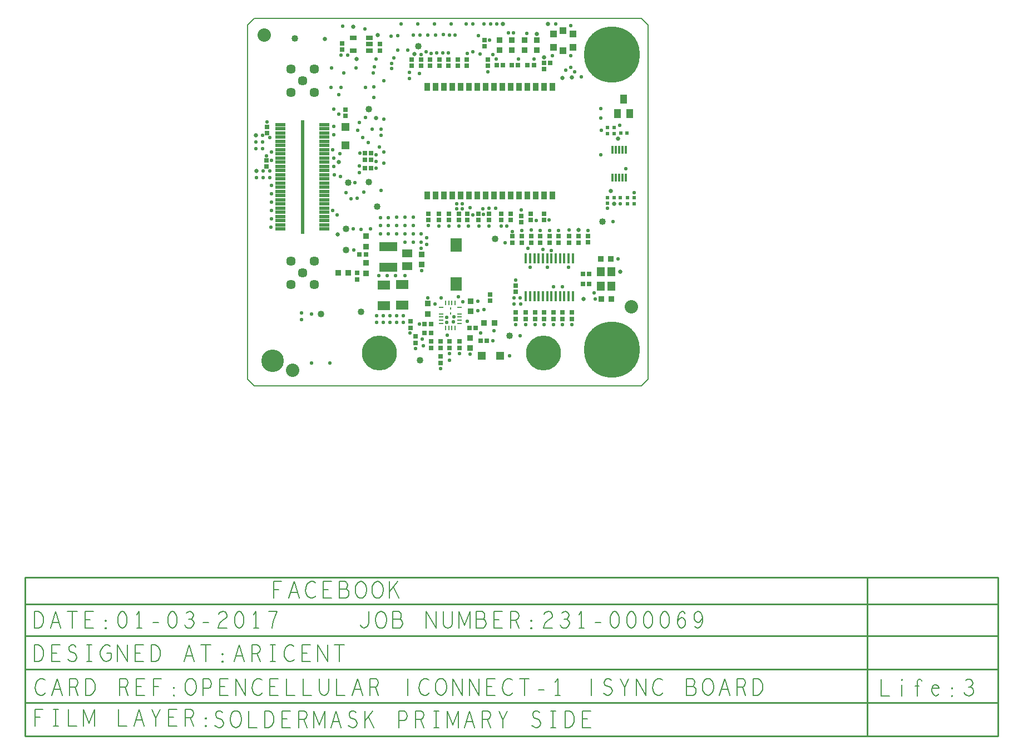
<source format=gbr>
G04 ================== begin FILE IDENTIFICATION RECORD ==================*
G04 Layout Name:  Fb_Connect1_SYNC_Life-3.brd*
G04 Film Name:    SOLDTOP.gbr*
G04 File Format:  Gerber RS274X*
G04 File Origin:  Cadence Allegro 16.6-2015-S065*
G04 Origin Date:  Tue Jan 03 17:02:02 2017*
G04 *
G04 Layer:  VIA CLASS/SOLDERMASK_TOP*
G04 Layer:  PIN/SOLDERMASK_TOP*
G04 Layer:  PACKAGE GEOMETRY/SOLDERMASK_TOP*
G04 Layer:  DRAWING FORMAT/SMPR*
G04 Layer:  DRAWING FORMAT/FILM_LABEL_OUTLINE*
G04 Layer:  BOARD GEOMETRY/OUTLINE*
G04 Layer:  BOARD GEOMETRY/SOLDERMASK_TOP*
G04 *
G04 Offset:    (0.000 0.000)*
G04 Mirror:    No*
G04 Mode:      Positive*
G04 Rotation:  0*
G04 FullContactRelief:  No*
G04 UndefLineWidth:     6.000*
G04 ================== end FILE IDENTIFICATION RECORD ====================*
%FSLAX25Y25*MOIN*%
%IR0*IPPOS*OFA0.00000B0.00000*MIA0B0*SFA1.00000B1.00000*%
%ADD32R,.066929X.07874*%
%ADD25R,.11X.055*%
%ADD13C,.135*%
%ADD17R,.024X.684*%
%ADD21C,.208661*%
%ADD35C,.334646*%
%ADD28R,.008661X.014173*%
%ADD29R,.008661X.015748*%
%ADD31R,.027559X.009843*%
%ADD30R,.009843X.027559*%
%ADD15R,.059X.02*%
%ADD18C,.04*%
%ADD10C,.022*%
%ADD22R,.036X.037*%
%ADD26R,.059X.051*%
%ADD19R,.037X.036*%
%ADD11C,.025*%
%ADD24R,.075X.055*%
%ADD23R,.039X.028*%
%ADD12C,.08*%
%ADD39R,.039X.055*%
%ADD37R,.02X.02*%
%ADD27R,.035433X.05*%
%ADD38R,.012X.047244*%
%ADD14C,.057*%
%ADD16R,.025X.025*%
%ADD36R,.047244X.055118*%
%ADD20R,.047244X.047244*%
%ADD34R,.03937X.03937*%
%ADD33R,.017717X.059055*%
%ADD40C,.01*%
%ADD41C,.006*%
G75*
%LPD*%
G75*
G54D10*
X5400Y124800D03*
X5200Y146100D03*
Y142100D03*
X14537Y99900D03*
X14300Y95132D03*
X14537Y104900D03*
Y109900D03*
Y114900D03*
Y119900D03*
X13400Y124800D03*
X9400D03*
Y128800D03*
X13400D03*
X14537Y134900D03*
Y139900D03*
X11368Y137868D03*
X13500Y148600D03*
X9200Y150100D03*
Y146100D03*
Y142100D03*
X11868Y157932D03*
X38527Y13808D03*
X38500Y42900D03*
X32600Y43600D03*
Y39600D03*
X49527Y13803D03*
X51140Y104870D03*
X53700Y102500D03*
X51700Y131450D03*
X55737Y125316D03*
X52050Y126450D03*
X51900Y150300D03*
X51050Y141450D03*
X51750Y136450D03*
X55400Y138950D03*
X54824Y162861D03*
X51900Y155300D03*
X51770Y165630D03*
X50250Y178660D03*
X56220Y178560D03*
X54824Y174476D03*
X57800Y187230D03*
X50501Y190500D03*
X56300Y198000D03*
X57224Y215224D03*
X63700Y81500D03*
X73700Y94100D03*
X68300Y93800D03*
X63400Y93950D03*
X65900Y112300D03*
X69800Y116200D03*
X59300Y115753D03*
X62005Y112125D03*
X67100Y131600D03*
Y127600D03*
X64400Y121600D03*
X69300Y148800D03*
X72605Y145850D03*
X67650Y139350D03*
X70800Y160800D03*
X66000Y153100D03*
X74700Y153700D03*
X67200Y157800D03*
X75700Y172800D03*
X70860Y178810D03*
X75705Y178905D03*
X65038Y190500D03*
X75370Y187320D03*
X60300Y197900D03*
X70500Y213600D03*
X89377Y42090D03*
X85377D03*
X81377D03*
X77377D03*
X89377Y38090D03*
X85377D03*
X81377D03*
X77377D03*
X88877Y66064D03*
X83677Y65990D03*
X78877Y66090D03*
X79977Y95890D03*
X84477Y91190D03*
X79977D03*
X89477D03*
Y96190D03*
X84477Y95890D03*
X79977Y100590D03*
X89477Y100890D03*
X84477Y100590D03*
X81700Y133400D03*
X80000Y117200D03*
X77300Y130400D03*
X81700Y140000D03*
X80136Y150100D03*
X79068Y143000D03*
X77300Y138400D03*
Y134400D03*
X81700Y159800D03*
X80105Y153850D03*
X81739Y182858D03*
X90300Y201100D03*
X76320Y191050D03*
X86500Y193000D03*
X77000Y195600D03*
X86515Y189985D03*
X87700Y196300D03*
X92000Y216600D03*
X86000Y209400D03*
X90200Y209700D03*
X100677Y22321D03*
X104868Y27900D03*
X97600Y31700D03*
X105434Y23965D03*
X103268Y37183D03*
X93377Y42090D03*
Y38090D03*
X94468Y66000D03*
X108177Y52743D03*
X104577Y69037D03*
X104300Y82500D03*
X94377Y86190D03*
X107500Y88700D03*
X104177Y86190D03*
X99477Y91190D03*
X94477D03*
X104177D03*
X99477Y96190D03*
X94477D03*
X99577Y86190D03*
X107400Y84700D03*
X108418Y96182D03*
X94477Y100890D03*
X99477D03*
X97000Y184200D03*
X107200Y199900D03*
X96210Y201180D03*
X104031Y198500D03*
X97000Y187600D03*
X103300Y186900D03*
X102000Y216600D03*
X108300Y210200D03*
X103500Y210100D03*
X99487Y210187D03*
X115679Y10340D03*
X121177Y15390D03*
X119877Y30258D03*
X121177Y19321D03*
X123900Y41300D03*
X119500Y38200D03*
X123600Y38300D03*
X119500Y41200D03*
X112588Y48899D03*
X116076Y52857D03*
X126415Y53390D03*
X114831Y95792D03*
X120831Y95818D03*
X125500Y106000D03*
X125600Y109000D03*
X113500Y199500D03*
X120631D03*
X117100Y199400D03*
X110300Y198900D03*
X122000Y216600D03*
X112000D03*
X112900Y210100D03*
X121000Y210200D03*
X124500D03*
X117500Y210400D03*
X127177Y19321D03*
X139911Y31624D03*
X133377Y18990D03*
X141779Y45684D03*
X138054Y44929D03*
X131777Y38790D03*
X129327Y50290D03*
X138027Y50643D03*
X126868Y95792D03*
X132468D03*
X138831Y95818D03*
X128900Y106000D03*
Y109100D03*
X133550Y106750D03*
X135200Y102300D03*
X141500Y102600D03*
X141300Y106200D03*
X135100Y200060D03*
X139600Y198700D03*
X131950Y198900D03*
X131000Y216600D03*
X138500Y209600D03*
X141746Y216700D03*
X135165D03*
X147045Y27190D03*
X157158Y18090D03*
X147930Y33000D03*
X159768Y49000D03*
X159700Y52700D03*
X144668Y95792D03*
X152131D03*
X155600Y95700D03*
X158931Y92500D03*
X154532Y85732D03*
X148668Y106300D03*
X144668D03*
X147300Y198300D03*
X149062Y195738D03*
X144200Y188100D03*
X145720Y216700D03*
X149505Y216600D03*
X156500Y211400D03*
X159600D03*
X145200Y207068D03*
X163600Y29900D03*
X160968Y36700D03*
X172468D03*
X166968D03*
X163668Y49000D03*
X160668Y63400D03*
X163600Y52700D03*
X168100Y82450D03*
X177130Y81600D03*
X169453Y70947D03*
X173300Y99124D03*
X175531Y93000D03*
X164431D03*
X170031Y93300D03*
X164031Y105506D03*
X171768Y195738D03*
X162336D03*
X167397Y211100D03*
X183468Y36700D03*
X188968D03*
X177968D03*
X188700Y59300D03*
X183500Y59500D03*
X192484Y71016D03*
X182248Y81052D03*
X179689Y70911D03*
X186531Y93000D03*
X181031D03*
X192731Y93300D03*
X180978Y99222D03*
X193713Y197813D03*
X182887D03*
X190900Y189200D03*
X193850Y190750D03*
X193713Y215587D03*
X184700Y216800D03*
X194468Y36700D03*
X208400Y52000D03*
X207825Y55675D03*
X204280Y93162D03*
X200190Y185012D03*
X196100Y188000D03*
X222000Y76000D03*
X219000Y98300D03*
X215789Y106211D03*
X223412Y109100D03*
X226742Y129958D03*
X211869Y138532D03*
X211980Y166153D03*
X212000Y153200D03*
X223080Y155890D03*
X211980Y160247D03*
X231811Y115689D03*
G54D20*
X58968Y143950D03*
Y154974D03*
X140365Y18090D03*
X151388D03*
G54D11*
X5400Y128800D03*
X5200Y150100D03*
X54100Y90700D03*
X54950Y133950D03*
X46500Y207800D03*
X65600Y195600D03*
X63550Y215000D03*
X77144Y160456D03*
X78069Y209900D03*
X100100Y198700D03*
X153305Y216700D03*
X173531Y210750D03*
X188968Y184400D03*
X177831Y196631D03*
X180200Y216700D03*
X201370Y51970D03*
X198331Y93300D03*
X194468Y184832D03*
X223331Y68331D03*
X217772Y116800D03*
X219912Y109100D03*
X222200Y147900D03*
G54D12*
X10000Y210000D03*
X27300Y9300D03*
X230000Y47400D03*
G54D30*
X118724Y34710D03*
X120692D03*
X122661D03*
X124630D03*
X118724Y49670D03*
X120692D03*
X122661D03*
X124630D03*
G54D21*
X79218Y19728D03*
X177643D03*
G54D40*
G01X-133069Y-114500D02*
X371600D01*
Y-209700D01*
X-133069D01*
G01Y-114500D02*
Y-209700D01*
G01Y-189700D02*
X449900D01*
G01X-133069Y-169700D02*
X449900D01*
G01X-133069Y-149700D02*
X449900D01*
G01X-133069Y-130500D02*
X449900D01*
G01X371600Y-114500D02*
X449900D01*
Y-209700D01*
X371600D01*
G54D22*
X71000Y67442D03*
Y73542D03*
Y83450D03*
Y89550D03*
X108177Y49240D03*
Y43140D03*
X104577Y72540D03*
Y78640D03*
X133377Y22540D03*
Y28640D03*
X133677Y44640D03*
Y50740D03*
X158531Y201050D03*
X151031D03*
X158531Y207150D03*
X151031D03*
X166031Y201050D03*
X173531D03*
X166031Y207150D03*
X173531D03*
G54D31*
X116165Y37268D03*
Y39237D03*
Y41206D03*
Y43174D03*
Y47111D03*
X127188Y37268D03*
Y39237D03*
Y41206D03*
Y43174D03*
Y47111D03*
G54D13*
X15000Y15000D03*
G54D41*
G01X-127194Y-203500D02*
Y-193500D01*
X-122444D01*
G01X-124194Y-198333D02*
X-127194D01*
G01X-116319Y-193500D02*
X-113320D01*
G01X-114819D02*
Y-203500D01*
G01X-116319D02*
X-113320D01*
G01X-107319Y-193500D02*
Y-203500D01*
X-102319D01*
G01X-98069D02*
Y-193500D01*
X-94819Y-201833D01*
X-91569Y-193500D01*
Y-203500D01*
G01X-77319Y-193500D02*
Y-203500D01*
X-72319D01*
G01X-67944D02*
X-64819Y-193500D01*
X-61694Y-203500D01*
G01X-62819Y-200000D02*
X-66819D01*
G01X-54819Y-203500D02*
Y-199000D01*
X-57319Y-193500D01*
G01X-52319D02*
X-54819Y-199000D01*
G01X-42319Y-203500D02*
X-47319D01*
Y-193500D01*
X-42319D01*
G01X-44319Y-198333D02*
X-47319D01*
G01X-37319Y-203500D02*
Y-193500D01*
X-34194D01*
X-33194Y-194000D01*
X-32569Y-194667D01*
X-32319Y-196000D01*
X-32569Y-197333D01*
X-33319Y-198167D01*
X-34194Y-198667D01*
X-37319D01*
G01X-34194D02*
X-32319Y-203500D01*
G01X-24819Y-203833D02*
X-25069Y-203667D01*
Y-203333D01*
X-24819Y-203167D01*
X-24569Y-203333D01*
Y-203667D01*
X-24819Y-203833D01*
G01Y-199334D02*
X-25069Y-199167D01*
Y-198833D01*
X-24819Y-198667D01*
X-24569Y-198833D01*
Y-199167D01*
X-24819Y-199334D01*
G01X-127569Y-165000D02*
Y-155000D01*
X-125069D01*
X-124069Y-155500D01*
X-123319Y-156167D01*
X-122694Y-157166D01*
X-122194Y-158334D01*
X-122069Y-160000D01*
X-122194Y-161667D01*
X-122694Y-162834D01*
X-123319Y-163834D01*
X-124069Y-164500D01*
X-125069Y-165000D01*
X-127569D01*
G01X-112319D02*
X-117319D01*
Y-155000D01*
X-112319D01*
G01X-114319Y-159833D02*
X-117319D01*
G01X-107444Y-163667D02*
X-106444Y-164500D01*
X-105319Y-165000D01*
X-104319D01*
X-103319Y-164500D01*
X-102569Y-163667D01*
X-102194Y-162500D01*
X-102444Y-161334D01*
X-103069Y-160333D01*
X-104194Y-159667D01*
X-105694Y-159333D01*
X-106569Y-158667D01*
X-106944Y-157500D01*
X-106694Y-156333D01*
X-106069Y-155500D01*
X-105194Y-155000D01*
X-104319D01*
X-103444Y-155333D01*
X-102694Y-156167D01*
G01X-96319Y-155000D02*
X-93320D01*
G01X-94819D02*
Y-165000D01*
G01X-96319D02*
X-93320D01*
G01X-84069Y-160000D02*
X-81569D01*
Y-163000D01*
X-82319Y-164000D01*
X-83194Y-164667D01*
X-84444Y-165000D01*
X-85694Y-164667D01*
X-86569Y-164000D01*
X-87319Y-163000D01*
X-87820Y-161833D01*
X-88069Y-160500D01*
Y-159333D01*
X-87820Y-158334D01*
X-87319Y-157166D01*
X-86569Y-156167D01*
X-85819Y-155500D01*
X-84819Y-155000D01*
X-83944D01*
X-82944Y-155333D01*
X-82194Y-156000D01*
G01X-77694Y-165000D02*
Y-155000D01*
X-71944Y-165000D01*
Y-155000D01*
G01X-62319Y-165000D02*
X-67319D01*
Y-155000D01*
X-62319D01*
G01X-64319Y-159833D02*
X-67319D01*
G01X-57569Y-165000D02*
Y-155000D01*
X-55069D01*
X-54069Y-155500D01*
X-53319Y-156167D01*
X-52694Y-157166D01*
X-52194Y-158334D01*
X-52069Y-160000D01*
X-52194Y-161667D01*
X-52694Y-162834D01*
X-53319Y-163834D01*
X-54069Y-164500D01*
X-55069Y-165000D01*
X-57569D01*
G01X-37944D02*
X-34819Y-155000D01*
X-31694Y-165000D01*
G01X-32819Y-161500D02*
X-36819D01*
G01X-24819Y-155000D02*
Y-165000D01*
G01X-27694Y-155000D02*
X-21944D01*
G01X-14819Y-165333D02*
X-15069Y-165167D01*
Y-164833D01*
X-14819Y-164667D01*
X-14569Y-164833D01*
Y-165167D01*
X-14819Y-165333D01*
G01Y-160834D02*
X-15069Y-160667D01*
Y-160333D01*
X-14819Y-160167D01*
X-14569Y-160333D01*
Y-160667D01*
X-14819Y-160834D01*
G01X-7944Y-165000D02*
X-4819Y-155000D01*
X-1694Y-165000D01*
G01X-2819Y-161500D02*
X-6819D01*
G01X2681Y-165000D02*
Y-155000D01*
X5806D01*
X6806Y-155500D01*
X7431Y-156167D01*
X7681Y-157500D01*
X7431Y-158833D01*
X6681Y-159667D01*
X5806Y-160167D01*
X2681D01*
G01X5806D02*
X7681Y-165000D01*
G01X13681Y-155000D02*
X16680D01*
G01X15181D02*
Y-165000D01*
G01X13681D02*
X16680D01*
G01X27931Y-155834D02*
X27181Y-155333D01*
X26306Y-155000D01*
X25306D01*
X24181Y-155500D01*
X23306Y-156333D01*
X22681Y-157333D01*
X22180Y-159000D01*
X22056Y-160500D01*
X22306Y-162000D01*
X22681Y-163000D01*
X23431Y-164000D01*
X24306Y-164667D01*
X25181Y-165000D01*
X26056D01*
X26931Y-164667D01*
X27681Y-164167D01*
X28306Y-163500D01*
G01X37681Y-165000D02*
X32681D01*
Y-155000D01*
X37681D01*
G01X35681Y-159833D02*
X32681D01*
G01X42306Y-165000D02*
Y-155000D01*
X48056Y-165000D01*
Y-155000D01*
G01X55181D02*
Y-165000D01*
G01X52306Y-155000D02*
X58056D01*
G01X-127569Y-145000D02*
Y-135000D01*
X-125069D01*
X-124069Y-135500D01*
X-123319Y-136167D01*
X-122694Y-137166D01*
X-122194Y-138334D01*
X-122069Y-140000D01*
X-122194Y-141667D01*
X-122694Y-142834D01*
X-123319Y-143834D01*
X-124069Y-144500D01*
X-125069Y-145000D01*
X-127569D01*
G01X-117944D02*
X-114819Y-135000D01*
X-111694Y-145000D01*
G01X-112819Y-141500D02*
X-116819D01*
G01X-104819Y-135000D02*
Y-145000D01*
G01X-107694Y-135000D02*
X-101944D01*
G01X-92319Y-145000D02*
X-97319D01*
Y-135000D01*
X-92319D01*
G01X-94319Y-139833D02*
X-97319D01*
G01X-84819Y-145333D02*
X-85069Y-145167D01*
Y-144833D01*
X-84819Y-144667D01*
X-84569Y-144833D01*
Y-145167D01*
X-84819Y-145333D01*
G01Y-140834D02*
X-85069Y-140667D01*
Y-140333D01*
X-84819Y-140167D01*
X-84569Y-140333D01*
Y-140667D01*
X-84819Y-140834D01*
G01X-74819Y-135000D02*
X-75819Y-135333D01*
X-76569Y-136167D01*
X-77069Y-137166D01*
X-77444Y-138500D01*
X-77569Y-140000D01*
X-77444Y-141500D01*
X-77069Y-142834D01*
X-76569Y-143834D01*
X-75819Y-144667D01*
X-74819Y-145000D01*
X-73819Y-144667D01*
X-73069Y-143834D01*
X-72569Y-142834D01*
X-72194Y-141500D01*
X-72069Y-140000D01*
X-72194Y-138500D01*
X-72569Y-137166D01*
X-73069Y-136167D01*
X-73819Y-135333D01*
X-74819Y-135000D01*
G01X-64819Y-145000D02*
Y-135000D01*
X-66319Y-137000D01*
G01Y-145000D02*
X-63320D01*
G01X-56444Y-141667D02*
X-53194D01*
G01X-44819Y-135000D02*
X-45819Y-135333D01*
X-46569Y-136167D01*
X-47069Y-137166D01*
X-47444Y-138500D01*
X-47569Y-140000D01*
X-47444Y-141500D01*
X-47069Y-142834D01*
X-46569Y-143834D01*
X-45819Y-144667D01*
X-44819Y-145000D01*
X-43819Y-144667D01*
X-43069Y-143834D01*
X-42569Y-142834D01*
X-42194Y-141500D01*
X-42069Y-140000D01*
X-42194Y-138500D01*
X-42569Y-137166D01*
X-43069Y-136167D01*
X-43819Y-135333D01*
X-44819Y-135000D01*
G01X-37569Y-143000D02*
X-36819Y-144167D01*
X-35819Y-144833D01*
X-34694Y-145000D01*
X-33694Y-144833D01*
X-32694Y-144000D01*
X-32069Y-143000D01*
X-31944Y-142000D01*
X-32194Y-140834D01*
X-33069Y-140000D01*
X-33944Y-139667D01*
X-35069D01*
G01X-33944D02*
X-33194Y-139167D01*
X-32569Y-138334D01*
X-32319Y-137333D01*
X-32569Y-136333D01*
X-33194Y-135500D01*
X-34319Y-135000D01*
X-35444Y-135167D01*
X-36569Y-135834D01*
G01X-26444Y-141667D02*
X-23194D01*
G01X-17194Y-136667D02*
X-16444Y-135667D01*
X-15569Y-135167D01*
X-14569Y-135000D01*
X-13319Y-135333D01*
X-12444Y-136167D01*
X-12194Y-137166D01*
X-12319Y-138167D01*
X-12819Y-139000D01*
X-15319Y-140667D01*
X-16444Y-141833D01*
X-17194Y-143500D01*
X-17444Y-145000D01*
X-12194D01*
G01X-4819Y-135000D02*
X-5819Y-135333D01*
X-6569Y-136167D01*
X-7069Y-137166D01*
X-7444Y-138500D01*
X-7569Y-140000D01*
X-7444Y-141500D01*
X-7069Y-142834D01*
X-6569Y-143834D01*
X-5819Y-144667D01*
X-4819Y-145000D01*
X-3819Y-144667D01*
X-3069Y-143834D01*
X-2569Y-142834D01*
X-2194Y-141500D01*
X-2069Y-140000D01*
X-2194Y-138500D01*
X-2569Y-137166D01*
X-3069Y-136167D01*
X-3819Y-135333D01*
X-4819Y-135000D01*
G01X5181Y-145000D02*
Y-135000D01*
X3681Y-137000D01*
G01Y-145000D02*
X6680D01*
G01X14931D02*
X15181Y-142834D01*
X15556Y-141000D01*
X16056Y-139333D01*
X16681Y-137500D01*
X17681Y-135000D01*
X12681D01*
G01X-121200Y-176034D02*
X-121950Y-175533D01*
X-122825Y-175200D01*
X-123825D01*
X-124950Y-175700D01*
X-125825Y-176533D01*
X-126450Y-177533D01*
X-126950Y-179200D01*
X-127075Y-180700D01*
X-126825Y-182200D01*
X-126450Y-183200D01*
X-125700Y-184200D01*
X-124825Y-184867D01*
X-123950Y-185200D01*
X-123075D01*
X-122200Y-184867D01*
X-121450Y-184367D01*
X-120825Y-183700D01*
G01X-117075Y-185200D02*
X-113950Y-175200D01*
X-110825Y-185200D01*
G01X-111950Y-181700D02*
X-115950D01*
G01X-106450Y-185200D02*
Y-175200D01*
X-103325D01*
X-102325Y-175700D01*
X-101700Y-176367D01*
X-101450Y-177700D01*
X-101700Y-179033D01*
X-102450Y-179867D01*
X-103325Y-180367D01*
X-106450D01*
G01X-103325D02*
X-101450Y-185200D01*
G01X-96700D02*
Y-175200D01*
X-94200D01*
X-93200Y-175700D01*
X-92450Y-176367D01*
X-91825Y-177366D01*
X-91325Y-178534D01*
X-91200Y-180200D01*
X-91325Y-181867D01*
X-91825Y-183034D01*
X-92450Y-184034D01*
X-93200Y-184700D01*
X-94200Y-185200D01*
X-96700D01*
G01X-76450D02*
Y-175200D01*
X-73325D01*
X-72325Y-175700D01*
X-71700Y-176367D01*
X-71450Y-177700D01*
X-71700Y-179033D01*
X-72450Y-179867D01*
X-73325Y-180367D01*
X-76450D01*
G01X-73325D02*
X-71450Y-185200D01*
G01X-61450D02*
X-66450D01*
Y-175200D01*
X-61450D01*
G01X-63450Y-180033D02*
X-66450D01*
G01X-56325Y-185200D02*
Y-175200D01*
X-51575D01*
G01X-53325Y-180033D02*
X-56325D01*
G01X-43950Y-185533D02*
X-44200Y-185367D01*
Y-185033D01*
X-43950Y-184867D01*
X-43700Y-185033D01*
Y-185367D01*
X-43950Y-185533D01*
G01Y-181034D02*
X-44200Y-180867D01*
Y-180533D01*
X-43950Y-180367D01*
X-43700Y-180533D01*
Y-180867D01*
X-43950Y-181034D01*
G01X-33950Y-185200D02*
X-34950Y-185033D01*
X-35825Y-184367D01*
X-36575Y-183367D01*
X-37075Y-182200D01*
X-37325Y-180867D01*
Y-179533D01*
X-37075Y-178200D01*
X-36575Y-177033D01*
X-35825Y-176034D01*
X-34950Y-175367D01*
X-33950Y-175200D01*
X-32950Y-175367D01*
X-32075Y-176034D01*
X-31325Y-177033D01*
X-30825Y-178200D01*
X-30575Y-179533D01*
Y-180867D01*
X-30825Y-182200D01*
X-31325Y-183367D01*
X-32075Y-184367D01*
X-32950Y-185033D01*
X-33950Y-185200D01*
G01X-26450D02*
Y-175200D01*
X-23450D01*
X-22450Y-175700D01*
X-21700Y-176867D01*
X-21450Y-178200D01*
X-21700Y-179533D01*
X-22325Y-180533D01*
X-23450Y-181034D01*
X-26450D01*
G01X-11450Y-185200D02*
X-16450D01*
Y-175200D01*
X-11450D01*
G01X-13450Y-180033D02*
X-16450D01*
G01X-6825Y-185200D02*
Y-175200D01*
X-1075Y-185200D01*
Y-175200D01*
G01X8800Y-176034D02*
X8050Y-175533D01*
X7175Y-175200D01*
X6175D01*
X5050Y-175700D01*
X4175Y-176533D01*
X3550Y-177533D01*
X3050Y-179200D01*
X2925Y-180700D01*
X3175Y-182200D01*
X3550Y-183200D01*
X4300Y-184200D01*
X5175Y-184867D01*
X6050Y-185200D01*
X6925D01*
X7800Y-184867D01*
X8550Y-184367D01*
X9175Y-183700D01*
G01X18550Y-185200D02*
X13550D01*
Y-175200D01*
X18550D01*
G01X16550Y-180033D02*
X13550D01*
G01X23550Y-175200D02*
Y-185200D01*
X28550D01*
G01X33550Y-175200D02*
Y-185200D01*
X38550D01*
G01X43300Y-175200D02*
Y-182367D01*
X43800Y-183867D01*
X44800Y-184867D01*
X46050Y-185200D01*
X47300Y-184867D01*
X48300Y-183867D01*
X48800Y-182367D01*
Y-175200D01*
G01X53550D02*
Y-185200D01*
X58550D01*
G01X62925D02*
X66050Y-175200D01*
X69175Y-185200D01*
G01X68050Y-181700D02*
X64050D01*
G01X73550Y-185200D02*
Y-175200D01*
X76675D01*
X77675Y-175700D01*
X78300Y-176367D01*
X78550Y-177700D01*
X78300Y-179033D01*
X77550Y-179867D01*
X76675Y-180367D01*
X73550D01*
G01X76675D02*
X78550Y-185200D01*
G01X96050D02*
Y-175200D01*
G01X108800Y-176034D02*
X108050Y-175533D01*
X107175Y-175200D01*
X106175D01*
X105050Y-175700D01*
X104175Y-176533D01*
X103550Y-177533D01*
X103050Y-179200D01*
X102925Y-180700D01*
X103175Y-182200D01*
X103550Y-183200D01*
X104300Y-184200D01*
X105175Y-184867D01*
X106050Y-185200D01*
X106925D01*
X107800Y-184867D01*
X108550Y-184367D01*
X109175Y-183700D01*
G01X116050Y-185200D02*
X115050Y-185033D01*
X114175Y-184367D01*
X113425Y-183367D01*
X112925Y-182200D01*
X112675Y-180867D01*
Y-179533D01*
X112925Y-178200D01*
X113425Y-177033D01*
X114175Y-176034D01*
X115050Y-175367D01*
X116050Y-175200D01*
X117050Y-175367D01*
X117925Y-176034D01*
X118675Y-177033D01*
X119175Y-178200D01*
X119425Y-179533D01*
Y-180867D01*
X119175Y-182200D01*
X118675Y-183367D01*
X117925Y-184367D01*
X117050Y-185033D01*
X116050Y-185200D01*
G01X123175D02*
Y-175200D01*
X128925Y-185200D01*
Y-175200D01*
G01X133175Y-185200D02*
Y-175200D01*
X138925Y-185200D01*
Y-175200D01*
G01X148550Y-185200D02*
X143550D01*
Y-175200D01*
X148550D01*
G01X146550Y-180033D02*
X143550D01*
G01X158800Y-176034D02*
X158050Y-175533D01*
X157175Y-175200D01*
X156175D01*
X155050Y-175700D01*
X154175Y-176533D01*
X153550Y-177533D01*
X153050Y-179200D01*
X152925Y-180700D01*
X153175Y-182200D01*
X153550Y-183200D01*
X154300Y-184200D01*
X155175Y-184867D01*
X156050Y-185200D01*
X156925D01*
X157800Y-184867D01*
X158550Y-184367D01*
X159175Y-183700D01*
G01X166050Y-175200D02*
Y-185200D01*
G01X163175Y-175200D02*
X168925D01*
G01X174425Y-181867D02*
X177675D01*
G01X186050Y-185200D02*
Y-175200D01*
X184550Y-177200D01*
G01Y-185200D02*
X187550D01*
G01X206050D02*
Y-175200D01*
G01X213425Y-183867D02*
X214425Y-184700D01*
X215550Y-185200D01*
X216550D01*
X217550Y-184700D01*
X218300Y-183867D01*
X218675Y-182700D01*
X218425Y-181534D01*
X217800Y-180533D01*
X216675Y-179867D01*
X215175Y-179533D01*
X214300Y-178867D01*
X213925Y-177700D01*
X214175Y-176533D01*
X214800Y-175700D01*
X215675Y-175200D01*
X216550D01*
X217425Y-175533D01*
X218175Y-176367D01*
G01X226050Y-185200D02*
Y-180700D01*
X223550Y-175200D01*
G01X228550D02*
X226050Y-180700D01*
G01X233175Y-185200D02*
Y-175200D01*
X238925Y-185200D01*
Y-175200D01*
G01X248800Y-176034D02*
X248050Y-175533D01*
X247175Y-175200D01*
X246175D01*
X245050Y-175700D01*
X244175Y-176533D01*
X243550Y-177533D01*
X243050Y-179200D01*
X242925Y-180700D01*
X243175Y-182200D01*
X243550Y-183200D01*
X244300Y-184200D01*
X245175Y-184867D01*
X246050Y-185200D01*
X246925D01*
X247800Y-184867D01*
X248550Y-184367D01*
X249175Y-183700D01*
G01X267050Y-179867D02*
X267550Y-179367D01*
X267925Y-178534D01*
X268175Y-177366D01*
X267925Y-176367D01*
X267425Y-175700D01*
X266550Y-175200D01*
X263175D01*
Y-185200D01*
X267300D01*
X268175Y-184534D01*
X268675Y-183533D01*
X268925Y-182367D01*
X268675Y-181200D01*
X267925Y-180200D01*
X267050Y-179867D01*
X263175D01*
G01X276050Y-185200D02*
X275050Y-185033D01*
X274175Y-184367D01*
X273425Y-183367D01*
X272925Y-182200D01*
X272675Y-180867D01*
Y-179533D01*
X272925Y-178200D01*
X273425Y-177033D01*
X274175Y-176034D01*
X275050Y-175367D01*
X276050Y-175200D01*
X277050Y-175367D01*
X277925Y-176034D01*
X278675Y-177033D01*
X279175Y-178200D01*
X279425Y-179533D01*
Y-180867D01*
X279175Y-182200D01*
X278675Y-183367D01*
X277925Y-184367D01*
X277050Y-185033D01*
X276050Y-185200D01*
G01X282925D02*
X286050Y-175200D01*
X289175Y-185200D01*
G01X288050Y-181700D02*
X284050D01*
G01X293550Y-185200D02*
Y-175200D01*
X296675D01*
X297675Y-175700D01*
X298300Y-176367D01*
X298550Y-177700D01*
X298300Y-179033D01*
X297550Y-179867D01*
X296675Y-180367D01*
X293550D01*
G01X296675D02*
X298550Y-185200D01*
G01X303300D02*
Y-175200D01*
X305800D01*
X306800Y-175700D01*
X307550Y-176367D01*
X308175Y-177366D01*
X308675Y-178534D01*
X308800Y-180200D01*
X308675Y-181867D01*
X308175Y-183034D01*
X307550Y-184034D01*
X306800Y-184700D01*
X305800Y-185200D01*
X303300D01*
G01X-19444Y-203167D02*
X-18444Y-204000D01*
X-17319Y-204500D01*
X-16319D01*
X-15319Y-204000D01*
X-14569Y-203167D01*
X-14194Y-202000D01*
X-14444Y-200834D01*
X-15069Y-199833D01*
X-16194Y-199167D01*
X-17694Y-198833D01*
X-18569Y-198167D01*
X-18944Y-197000D01*
X-18694Y-195833D01*
X-18069Y-195000D01*
X-17194Y-194500D01*
X-16319D01*
X-15444Y-194833D01*
X-14694Y-195667D01*
G01X-6819Y-204500D02*
X-7819Y-204333D01*
X-8694Y-203667D01*
X-9444Y-202667D01*
X-9944Y-201500D01*
X-10194Y-200167D01*
Y-198833D01*
X-9944Y-197500D01*
X-9444Y-196333D01*
X-8694Y-195334D01*
X-7819Y-194667D01*
X-6819Y-194500D01*
X-5819Y-194667D01*
X-4944Y-195334D01*
X-4194Y-196333D01*
X-3694Y-197500D01*
X-3444Y-198833D01*
Y-200167D01*
X-3694Y-201500D01*
X-4194Y-202667D01*
X-4944Y-203667D01*
X-5819Y-204333D01*
X-6819Y-204500D01*
G01X681Y-194500D02*
Y-204500D01*
X5681D01*
G01X10431D02*
Y-194500D01*
X12931D01*
X13931Y-195000D01*
X14681Y-195667D01*
X15306Y-196666D01*
X15806Y-197834D01*
X15931Y-199500D01*
X15806Y-201167D01*
X15306Y-202334D01*
X14681Y-203334D01*
X13931Y-204000D01*
X12931Y-204500D01*
X10431D01*
G01X25681D02*
X20681D01*
Y-194500D01*
X25681D01*
G01X23681Y-199333D02*
X20681D01*
G01X30681Y-204500D02*
Y-194500D01*
X33806D01*
X34806Y-195000D01*
X35431Y-195667D01*
X35681Y-197000D01*
X35431Y-198333D01*
X34681Y-199167D01*
X33806Y-199667D01*
X30681D01*
G01X33806D02*
X35681Y-204500D01*
G01X39931D02*
Y-194500D01*
X43181Y-202833D01*
X46431Y-194500D01*
Y-204500D01*
G01X50056D02*
X53181Y-194500D01*
X56306Y-204500D01*
G01X55181Y-201000D02*
X51181D01*
G01X60556Y-203167D02*
X61556Y-204000D01*
X62681Y-204500D01*
X63681D01*
X64681Y-204000D01*
X65431Y-203167D01*
X65806Y-202000D01*
X65556Y-200834D01*
X64931Y-199833D01*
X63806Y-199167D01*
X62306Y-198833D01*
X61431Y-198167D01*
X61056Y-197000D01*
X61306Y-195833D01*
X61931Y-195000D01*
X62806Y-194500D01*
X63681D01*
X64556Y-194833D01*
X65306Y-195667D01*
G01X70431Y-204500D02*
Y-194500D01*
G01X75181D02*
X70431Y-200667D01*
G01X75931Y-204500D02*
X72556Y-197834D01*
G01X90681Y-204500D02*
Y-194500D01*
X93681D01*
X94681Y-195000D01*
X95431Y-196167D01*
X95681Y-197500D01*
X95431Y-198833D01*
X94806Y-199833D01*
X93681Y-200334D01*
X90681D01*
G01X100681Y-204500D02*
Y-194500D01*
X103806D01*
X104806Y-195000D01*
X105431Y-195667D01*
X105681Y-197000D01*
X105431Y-198333D01*
X104681Y-199167D01*
X103806Y-199667D01*
X100681D01*
G01X103806D02*
X105681Y-204500D01*
G01X111681Y-194500D02*
X114681D01*
G01X113181D02*
Y-204500D01*
G01X111681D02*
X114681D01*
G01X119931D02*
Y-194500D01*
X123181Y-202833D01*
X126431Y-194500D01*
Y-204500D01*
G01X130056D02*
X133181Y-194500D01*
X136306Y-204500D01*
G01X135181Y-201000D02*
X131181D01*
G01X140681Y-204500D02*
Y-194500D01*
X143806D01*
X144806Y-195000D01*
X145431Y-195667D01*
X145681Y-197000D01*
X145431Y-198333D01*
X144681Y-199167D01*
X143806Y-199667D01*
X140681D01*
G01X143806D02*
X145681Y-204500D01*
G01X153181D02*
Y-200000D01*
X150681Y-194500D01*
G01X155681D02*
X153181Y-200000D01*
G01X170556Y-203167D02*
X171556Y-204000D01*
X172681Y-204500D01*
X173681D01*
X174681Y-204000D01*
X175431Y-203167D01*
X175806Y-202000D01*
X175556Y-200834D01*
X174931Y-199833D01*
X173806Y-199167D01*
X172306Y-198833D01*
X171431Y-198167D01*
X171056Y-197000D01*
X171306Y-195833D01*
X171931Y-195000D01*
X172806Y-194500D01*
X173681D01*
X174556Y-194833D01*
X175306Y-195667D01*
G01X181681Y-194500D02*
X184680D01*
G01X183181D02*
Y-204500D01*
G01X181681D02*
X184680D01*
G01X190431D02*
Y-194500D01*
X192931D01*
X193931Y-195000D01*
X194681Y-195667D01*
X195306Y-196666D01*
X195806Y-197834D01*
X195931Y-199500D01*
X195806Y-201167D01*
X195306Y-202334D01*
X194681Y-203334D01*
X193931Y-204000D01*
X192931Y-204500D01*
X190431D01*
G01X205681D02*
X200681D01*
Y-194500D01*
X205681D01*
G01X203681Y-199333D02*
X200681D01*
G01X4000Y220000D02*
X0Y216000D01*
Y4000D01*
X4000Y0D01*
X236000D01*
X240000Y4000D01*
Y216000D01*
X236000Y220000D01*
X4000D01*
G01X15693Y-127100D02*
Y-117100D01*
X20444D01*
G01X18694Y-121933D02*
X15693D01*
G01X24943Y-127100D02*
X28068Y-117100D01*
X31194Y-127100D01*
G01X30068Y-123600D02*
X26068D01*
G01X40818Y-117934D02*
X40068Y-117433D01*
X39194Y-117100D01*
X38194D01*
X37068Y-117600D01*
X36194Y-118433D01*
X35568Y-119433D01*
X35068Y-121100D01*
X34943Y-122600D01*
X35194Y-124100D01*
X35568Y-125100D01*
X36318Y-126100D01*
X37194Y-126767D01*
X38068Y-127100D01*
X38943D01*
X39818Y-126767D01*
X40568Y-126267D01*
X41194Y-125600D01*
G01X50569Y-127100D02*
X45568D01*
Y-117100D01*
X50569D01*
G01X48568Y-121933D02*
X45568D01*
G01X59068Y-121767D02*
X59568Y-121267D01*
X59943Y-120434D01*
X60194Y-119267D01*
X59943Y-118267D01*
X59443Y-117600D01*
X58568Y-117100D01*
X55193D01*
Y-127100D01*
X59319D01*
X60194Y-126434D01*
X60694Y-125433D01*
X60943Y-124267D01*
X60694Y-123100D01*
X59943Y-122100D01*
X59068Y-121767D01*
X55193D01*
G01X68068Y-127100D02*
X67068Y-126933D01*
X66194Y-126267D01*
X65444Y-125267D01*
X64943Y-124100D01*
X64693Y-122767D01*
Y-121433D01*
X64943Y-120100D01*
X65444Y-118933D01*
X66194Y-117934D01*
X67068Y-117267D01*
X68068Y-117100D01*
X69068Y-117267D01*
X69943Y-117934D01*
X70694Y-118933D01*
X71194Y-120100D01*
X71444Y-121433D01*
Y-122767D01*
X71194Y-124100D01*
X70694Y-125267D01*
X69943Y-126267D01*
X69068Y-126933D01*
X68068Y-127100D01*
G01X78068D02*
X77068Y-126933D01*
X76194Y-126267D01*
X75444Y-125267D01*
X74943Y-124100D01*
X74693Y-122767D01*
Y-121433D01*
X74943Y-120100D01*
X75444Y-118933D01*
X76194Y-117934D01*
X77068Y-117267D01*
X78068Y-117100D01*
X79068Y-117267D01*
X79943Y-117934D01*
X80694Y-118933D01*
X81194Y-120100D01*
X81444Y-121433D01*
Y-122767D01*
X81194Y-124100D01*
X80694Y-125267D01*
X79943Y-126267D01*
X79068Y-126933D01*
X78068Y-127100D01*
G01X85318D02*
Y-117100D01*
G01X90068D02*
X85318Y-123267D01*
G01X90818Y-127100D02*
X87444Y-120434D01*
G01X67681Y-143000D02*
X68306Y-144000D01*
X69056Y-144667D01*
X69931Y-145000D01*
X70931Y-144667D01*
X71681Y-144000D01*
X72431Y-143000D01*
X72681Y-141667D01*
Y-135000D01*
G01X80181Y-145000D02*
X79181Y-144833D01*
X78306Y-144167D01*
X77556Y-143167D01*
X77056Y-142000D01*
X76806Y-140667D01*
Y-139333D01*
X77056Y-138000D01*
X77556Y-136833D01*
X78306Y-135834D01*
X79181Y-135167D01*
X80181Y-135000D01*
X81181Y-135167D01*
X82056Y-135834D01*
X82806Y-136833D01*
X83306Y-138000D01*
X83556Y-139333D01*
Y-140667D01*
X83306Y-142000D01*
X82806Y-143167D01*
X82056Y-144167D01*
X81181Y-144833D01*
X80181Y-145000D01*
G01X91181Y-139667D02*
X91681Y-139167D01*
X92056Y-138334D01*
X92306Y-137166D01*
X92056Y-136167D01*
X91556Y-135500D01*
X90681Y-135000D01*
X87306D01*
Y-145000D01*
X91431D01*
X92306Y-144334D01*
X92806Y-143333D01*
X93056Y-142167D01*
X92806Y-141000D01*
X92056Y-140000D01*
X91181Y-139667D01*
X87306D01*
G01X107306Y-145000D02*
Y-135000D01*
X113056Y-145000D01*
Y-135000D01*
G01X117431D02*
Y-142167D01*
X117931Y-143667D01*
X118931Y-144667D01*
X120181Y-145000D01*
X121431Y-144667D01*
X122431Y-143667D01*
X122931Y-142167D01*
Y-135000D01*
G01X126931Y-145000D02*
Y-135000D01*
X130181Y-143333D01*
X133431Y-135000D01*
Y-145000D01*
G01X141181Y-139667D02*
X141681Y-139167D01*
X142056Y-138334D01*
X142306Y-137166D01*
X142056Y-136167D01*
X141556Y-135500D01*
X140681Y-135000D01*
X137306D01*
Y-145000D01*
X141431D01*
X142306Y-144334D01*
X142806Y-143333D01*
X143056Y-142167D01*
X142806Y-141000D01*
X142056Y-140000D01*
X141181Y-139667D01*
X137306D01*
G01X152681Y-145000D02*
X147681D01*
Y-135000D01*
X152681D01*
G01X150681Y-139833D02*
X147681D01*
G01X157681Y-145000D02*
Y-135000D01*
X160806D01*
X161806Y-135500D01*
X162431Y-136167D01*
X162681Y-137500D01*
X162431Y-138833D01*
X161681Y-139667D01*
X160806Y-140167D01*
X157681D01*
G01X160806D02*
X162681Y-145000D01*
G01X170181Y-145333D02*
X169931Y-145167D01*
Y-144833D01*
X170181Y-144667D01*
X170431Y-144833D01*
Y-145167D01*
X170181Y-145333D01*
G01Y-140834D02*
X169931Y-140667D01*
Y-140333D01*
X170181Y-140167D01*
X170431Y-140333D01*
Y-140667D01*
X170181Y-140834D01*
G01X177806Y-136667D02*
X178556Y-135667D01*
X179431Y-135167D01*
X180431Y-135000D01*
X181681Y-135333D01*
X182556Y-136167D01*
X182806Y-137166D01*
X182681Y-138167D01*
X182181Y-139000D01*
X179681Y-140667D01*
X178556Y-141833D01*
X177806Y-143500D01*
X177556Y-145000D01*
X182806D01*
G01X187431Y-143000D02*
X188181Y-144167D01*
X189181Y-144833D01*
X190306Y-145000D01*
X191306Y-144833D01*
X192306Y-144000D01*
X192931Y-143000D01*
X193056Y-142000D01*
X192806Y-140834D01*
X191931Y-140000D01*
X191056Y-139667D01*
X189931D01*
G01X191056D02*
X191806Y-139167D01*
X192431Y-138334D01*
X192681Y-137333D01*
X192431Y-136333D01*
X191806Y-135500D01*
X190681Y-135000D01*
X189556Y-135167D01*
X188431Y-135834D01*
G01X200181Y-145000D02*
Y-135000D01*
X198681Y-137000D01*
G01Y-145000D02*
X201681D01*
G01X208556Y-141667D02*
X211806D01*
G01X220181Y-135000D02*
X219181Y-135333D01*
X218431Y-136167D01*
X217931Y-137166D01*
X217556Y-138500D01*
X217431Y-140000D01*
X217556Y-141500D01*
X217931Y-142834D01*
X218431Y-143834D01*
X219181Y-144667D01*
X220181Y-145000D01*
X221181Y-144667D01*
X221931Y-143834D01*
X222431Y-142834D01*
X222806Y-141500D01*
X222931Y-140000D01*
X222806Y-138500D01*
X222431Y-137166D01*
X221931Y-136167D01*
X221181Y-135333D01*
X220181Y-135000D01*
G01X230181D02*
X229181Y-135333D01*
X228431Y-136167D01*
X227931Y-137166D01*
X227556Y-138500D01*
X227431Y-140000D01*
X227556Y-141500D01*
X227931Y-142834D01*
X228431Y-143834D01*
X229181Y-144667D01*
X230181Y-145000D01*
X231181Y-144667D01*
X231931Y-143834D01*
X232431Y-142834D01*
X232806Y-141500D01*
X232931Y-140000D01*
X232806Y-138500D01*
X232431Y-137166D01*
X231931Y-136167D01*
X231181Y-135333D01*
X230181Y-135000D01*
G01X240181D02*
X239181Y-135333D01*
X238431Y-136167D01*
X237931Y-137166D01*
X237556Y-138500D01*
X237431Y-140000D01*
X237556Y-141500D01*
X237931Y-142834D01*
X238431Y-143834D01*
X239181Y-144667D01*
X240181Y-145000D01*
X241181Y-144667D01*
X241931Y-143834D01*
X242431Y-142834D01*
X242806Y-141500D01*
X242931Y-140000D01*
X242806Y-138500D01*
X242431Y-137166D01*
X241931Y-136167D01*
X241181Y-135333D01*
X240181Y-135000D01*
G01X250181D02*
X249181Y-135333D01*
X248431Y-136167D01*
X247931Y-137166D01*
X247556Y-138500D01*
X247431Y-140000D01*
X247556Y-141500D01*
X247931Y-142834D01*
X248431Y-143834D01*
X249181Y-144667D01*
X250181Y-145000D01*
X251181Y-144667D01*
X251931Y-143834D01*
X252431Y-142834D01*
X252806Y-141500D01*
X252931Y-140000D01*
X252806Y-138500D01*
X252431Y-137166D01*
X251931Y-136167D01*
X251181Y-135333D01*
X250181Y-135000D01*
G01X257806Y-140834D02*
X258681Y-139667D01*
X259431Y-139000D01*
X260431Y-138667D01*
X261306Y-139000D01*
X261931Y-139667D01*
X262431Y-140667D01*
X262556Y-141833D01*
X262431Y-142834D01*
X261931Y-143834D01*
X261181Y-144667D01*
X260306Y-145000D01*
X259306Y-144667D01*
X258431Y-143667D01*
X257931Y-142167D01*
X257806Y-140500D01*
X258056Y-138334D01*
X258431Y-137166D01*
X259056Y-136000D01*
X259931Y-135167D01*
X260806Y-135000D01*
X261681Y-135333D01*
X262306Y-136167D01*
G01X268056Y-143834D02*
X268931Y-144667D01*
X269931Y-145000D01*
X270931Y-144667D01*
X271806Y-143667D01*
X272431Y-142167D01*
X272681Y-140667D01*
Y-138833D01*
X272431Y-137333D01*
X271806Y-136000D01*
X271056Y-135333D01*
X270181Y-135000D01*
X269181Y-135333D01*
X268431Y-136000D01*
X267931Y-137000D01*
X267681Y-138334D01*
X267931Y-139500D01*
X268556Y-140667D01*
X269306Y-141334D01*
X270181Y-141500D01*
X271181Y-141167D01*
X271931Y-140333D01*
X272681Y-138833D01*
G01X379781Y-175500D02*
Y-185500D01*
X384781D01*
G01X392281Y-178834D02*
Y-185500D01*
G01Y-176167D02*
X392031Y-176000D01*
Y-175667D01*
X392281Y-175500D01*
X392531Y-175667D01*
Y-176000D01*
X392281Y-176167D01*
G01X401531Y-185500D02*
Y-177000D01*
X401781Y-176167D01*
X402281Y-175667D01*
X403031Y-175500D01*
X403781Y-175833D01*
X404156Y-176667D01*
G01X402656Y-179500D02*
X400156D01*
G01X410406Y-181000D02*
X414406D01*
X414031Y-179833D01*
X413406Y-179167D01*
X412531Y-178834D01*
X411656Y-179000D01*
X410906Y-179500D01*
X410406Y-180667D01*
X410156Y-181667D01*
Y-182667D01*
X410406Y-183667D01*
X411031Y-184667D01*
X411781Y-185333D01*
X412656Y-185500D01*
X413531Y-185167D01*
X414406Y-184167D01*
G01X422281Y-185833D02*
X422031Y-185667D01*
Y-185333D01*
X422281Y-185167D01*
X422531Y-185333D01*
Y-185667D01*
X422281Y-185833D01*
G01Y-181334D02*
X422031Y-181167D01*
Y-180833D01*
X422281Y-180667D01*
X422531Y-180833D01*
Y-181167D01*
X422281Y-181334D01*
G01X429531Y-183500D02*
X430281Y-184667D01*
X431281Y-185333D01*
X432406Y-185500D01*
X433406Y-185333D01*
X434406Y-184500D01*
X435031Y-183500D01*
X435156Y-182500D01*
X434906Y-181334D01*
X434031Y-180500D01*
X433156Y-180167D01*
X432031D01*
G01X433156D02*
X433906Y-179667D01*
X434531Y-178834D01*
X434781Y-177833D01*
X434531Y-176833D01*
X433906Y-176000D01*
X432781Y-175500D01*
X431656Y-175667D01*
X430531Y-176334D01*
G54D14*
X26061Y60535D03*
Y74550D03*
Y175850D03*
Y189865D03*
X40076Y60535D03*
X33068Y67542D03*
X40076Y74550D03*
Y175850D03*
X33068Y182858D03*
X40076Y189865D03*
G54D23*
X72999Y200812D03*
X63550D03*
X72999Y204552D03*
Y208293D03*
X63550D03*
G54D32*
X125177Y60879D03*
Y84501D03*
G54D33*
X166894Y53583D03*
X169453D03*
X174571D03*
X172012D03*
X166894Y76417D03*
X169453D03*
X174571D03*
X172012D03*
X192484Y53583D03*
X189925D03*
X187366D03*
X184807D03*
X182248D03*
X179689D03*
X177130D03*
X192484Y76417D03*
X189925D03*
X187366D03*
X184807D03*
X182248D03*
X179689D03*
X177130D03*
X195043Y53583D03*
Y76417D03*
G54D24*
X81777Y48087D03*
X92799Y48409D03*
X81777Y60292D03*
X92799Y60614D03*
G54D15*
X19818Y93950D03*
Y96450D03*
Y98950D03*
Y101450D03*
Y103950D03*
Y106450D03*
Y108950D03*
Y111450D03*
Y113950D03*
Y116450D03*
Y118950D03*
Y121450D03*
Y123950D03*
Y126450D03*
Y128950D03*
Y131450D03*
Y133950D03*
Y136450D03*
Y138950D03*
Y141450D03*
Y143950D03*
Y146450D03*
Y148950D03*
Y151450D03*
Y153950D03*
Y156450D03*
X46318Y93950D03*
Y96450D03*
Y98950D03*
Y101450D03*
Y103950D03*
Y106450D03*
Y108950D03*
Y111450D03*
Y113950D03*
Y116450D03*
Y118950D03*
Y121450D03*
Y123950D03*
Y126450D03*
Y128950D03*
Y131450D03*
Y133950D03*
Y136450D03*
Y138950D03*
Y141450D03*
Y143950D03*
Y146450D03*
Y148950D03*
Y151450D03*
Y153950D03*
Y156450D03*
G54D34*
X189300Y200598D03*
X183394Y202763D03*
Y210637D03*
X189300Y212802D03*
X195206Y202763D03*
Y210637D03*
G54D16*
X11368Y131230D03*
Y134970D03*
X11868Y155170D03*
Y151430D03*
X56950Y205105D03*
Y201364D03*
X65850Y63802D03*
X67260Y78550D03*
X71000D03*
X65850Y67542D03*
X74302Y130350D03*
X70561D03*
X70522Y135350D03*
X74262D03*
X74302Y139350D03*
X70561D03*
X58968Y161792D03*
Y165532D03*
X79500Y200830D03*
Y204570D03*
X106307Y31690D03*
X100677Y29560D03*
Y25820D03*
X106307Y37190D03*
X97677Y38560D03*
Y34820D03*
X108418Y99222D03*
Y102963D03*
X104031Y191711D03*
Y195452D03*
X98331Y191711D03*
Y195452D03*
X115679Y13838D03*
X110047Y31690D03*
X115679Y17578D03*
X110177Y22820D03*
Y26560D03*
X121177D03*
Y22820D03*
X115677Y26560D03*
Y22820D03*
X110047Y37190D03*
X120831Y99222D03*
X114831Y99391D03*
X120831Y102963D03*
X114831Y103131D03*
X109519Y191711D03*
Y195452D03*
X115018Y191711D03*
Y195452D03*
X126131D03*
Y191711D03*
X120631Y195452D03*
Y191711D03*
X127177Y22820D03*
Y26560D03*
X139807Y27190D03*
X136747Y34690D03*
X133007D03*
X126868Y99222D03*
X131968D03*
X138331D03*
X126868Y102963D03*
X131968D03*
X138331D03*
X131631Y195452D03*
Y191711D03*
X142031Y206970D03*
Y203230D03*
X143547Y27190D03*
X145515Y54630D03*
Y50890D03*
X152131Y99222D03*
X144668D03*
X158931Y85830D03*
Y89570D03*
X157831Y99222D03*
X152131Y102963D03*
X144668D03*
X157831D03*
X158498Y192100D03*
X149461D03*
X153201D03*
X144131Y191711D03*
Y195452D03*
X160968Y40130D03*
Y43870D03*
X172468D03*
Y40130D03*
X166968Y43870D03*
Y40130D03*
X160668Y59970D03*
Y56230D03*
X169831Y99222D03*
X170031Y89570D03*
Y85830D03*
X164031Y98036D03*
X164431Y85830D03*
Y89570D03*
X175531Y85830D03*
Y89570D03*
X169831Y102963D03*
X164031Y101776D03*
X162238Y192100D03*
X171669D03*
X167929D03*
X188968Y43870D03*
Y40130D03*
X183468D03*
Y43870D03*
X177968D03*
Y40130D03*
X177918Y99222D03*
X186531Y85830D03*
Y89570D03*
X181031Y85830D03*
Y89570D03*
X192731D03*
Y85830D03*
X177918Y102963D03*
X177831Y193370D03*
Y189630D03*
X177761Y193300D03*
X181501D03*
X194468Y43870D03*
Y40130D03*
X201098Y61000D03*
X204839D03*
Y67000D03*
X201098D03*
X198331Y89570D03*
Y85830D03*
X204280Y89732D03*
Y85992D03*
G54D25*
X84377Y83392D03*
Y71187D03*
G54D26*
X95877Y79527D03*
Y71653D03*
G54D35*
X218400Y21600D03*
Y198400D03*
G54D17*
X33068Y125200D03*
G54D36*
X211819Y59669D03*
Y68331D03*
X218118Y59669D03*
Y68331D03*
G54D27*
X107831Y114100D03*
Y179100D03*
X122831Y114100D03*
X117831D03*
X112831D03*
Y179100D03*
X117831D03*
X122831D03*
X142831Y114100D03*
X137831D03*
X132831D03*
X127831D03*
Y179100D03*
X132831D03*
X137831D03*
X142831D03*
X157831Y114100D03*
X152831D03*
X147831D03*
Y179100D03*
X152831D03*
X157831D03*
X172831Y114100D03*
X167831D03*
X162831D03*
Y179100D03*
X167831D03*
X172831D03*
X182831Y114100D03*
X177831D03*
Y179100D03*
X182831D03*
G54D18*
X28569Y208200D03*
X44268Y42900D03*
X59168Y81500D03*
Y93950D03*
X68068Y44500D03*
X72832Y122050D03*
X60368Y121600D03*
X72968Y165600D03*
X77984Y107230D03*
X103514Y15390D03*
X102431Y203400D03*
X157268Y29900D03*
X148368Y87900D03*
X212669Y98300D03*
G54D37*
X215789Y109312D03*
Y112812D03*
X219912Y112700D03*
X223412D03*
X219811Y154588D03*
Y151088D03*
X215811Y154588D03*
Y151088D03*
X223912Y151206D03*
X227412D03*
X231811Y112588D03*
Y109088D03*
X227800Y112588D03*
Y109088D03*
G54D19*
X54550Y67542D03*
X60650D03*
X141927Y37690D03*
X148027D03*
X212115Y52000D03*
X218215D03*
X217822Y76000D03*
X211722D03*
G54D28*
X121677Y43391D03*
G54D38*
X218887Y124554D03*
X220856D03*
X222824D03*
X224793D03*
X226761D03*
X218887Y141246D03*
X220856D03*
X222824D03*
X224793D03*
X226761D03*
G54D29*
X121677Y46422D03*
G54D39*
X221700Y163100D03*
X225450Y171800D03*
X229200Y163100D03*
M02*

</source>
